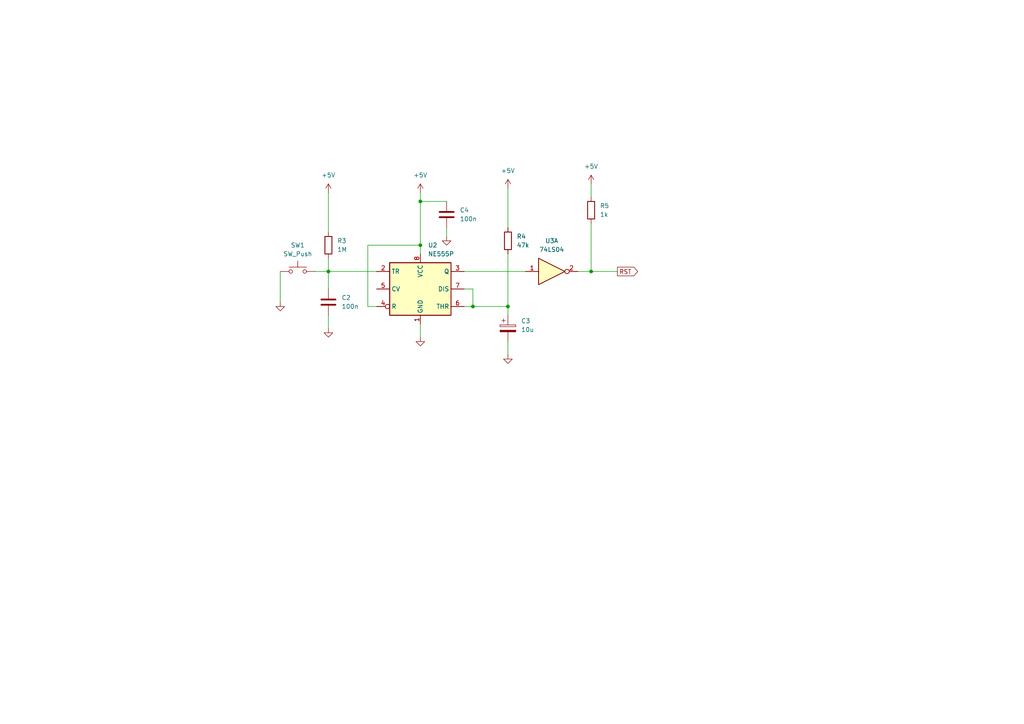
<source format=kicad_sch>
(kicad_sch (version 20230121) (generator eeschema)
  (paper "A4")
  (lib_symbols
    (symbol "74xx:74LS04"
      (property "Reference" "U" (at 0 1.27 0))
      (property "Value" "74LS04" (at 0 -1.27 0))
      (symbol "74LS04_1_0"
        (polyline (pts (xy -3.81 3.81) (xy -3.81 -3.81) (xy 3.81 0) (xy -3.81 3.81)) (stroke (width 0.254)) (fill (type background)))
        (pin input line (at -7.62 0 0) (length 3.81) (name "~") (number "1"))
        (pin output inverted (at 7.62 0 180) (length 3.81) (name "~") (number "2"))
      )
      (symbol "74LS04_2_0"
        (polyline (pts (xy -3.81 3.81) (xy -3.81 -3.81) (xy 3.81 0) (xy -3.81 3.81)) (stroke (width 0.254)) (fill (type background)))
        (pin input line (at -7.62 0 0) (length 3.81) (name "~") (number "3"))
        (pin output inverted (at 7.62 0 180) (length 3.81) (name "~") (number "4"))
      )
      (symbol "74LS04_3_0"
        (polyline (pts (xy -3.81 3.81) (xy -3.81 -3.81) (xy 3.81 0) (xy -3.81 3.81)) (stroke (width 0.254)) (fill (type background)))
        (pin input line (at -7.62 0 0) (length 3.81) (name "~") (number "5"))
        (pin output inverted (at 7.62 0 180) (length 3.81) (name "~") (number "6"))
      )
      (symbol "74LS04_4_0"
        (polyline (pts (xy -3.81 3.81) (xy -3.81 -3.81) (xy 3.81 0) (xy -3.81 3.81)) (stroke (width 0.254)) (fill (type background)))
        (pin output inverted (at 7.62 0 180) (length 3.81) (name "~") (number "8"))
        (pin input line (at -7.62 0 0) (length 3.81) (name "~") (number "9"))
      )
      (symbol "74LS04_5_0"
        (polyline (pts (xy -3.81 3.81) (xy -3.81 -3.81) (xy 3.81 0) (xy -3.81 3.81)) (stroke (width 0.254)) (fill (type background)))
        (pin output inverted (at 7.62 0 180) (length 3.81) (name "~") (number "10"))
        (pin input line (at -7.62 0 0) (length 3.81) (name "~") (number "11"))
      )
      (symbol "74LS04_6_0"
        (polyline (pts (xy -3.81 3.81) (xy -3.81 -3.81) (xy 3.81 0) (xy -3.81 3.81)) (stroke (width 0.254)) (fill (type background)))
        (pin output inverted (at 7.62 0 180) (length 3.81) (name "~") (number "12"))
        (pin input line (at -7.62 0 0) (length 3.81) (name "~") (number "13"))
      )
      (symbol "74LS04_7_0"
        (pin power_in line (at 0 12.7 270) (length 5.08) (name "VCC") (number "14"))
        (pin power_in line (at 0 -12.7 90) (length 5.08) (name "GND") (number "7"))
      )
      (symbol "74LS04_7_1"
        (rectangle (start -5.08 7.62) (end 5.08 -7.62) (stroke (width 0.254)) (fill (type background)))
      )
    )
    (symbol "Device:C" (pin_numbers hide) (pin_names (offset 0.254))
      (property "Reference" "C" (at 0.635 2.54 0))
      (property "Value" "C" (at 0.635 -2.54 0))
      (symbol "C_0_1"
        (polyline (pts (xy -2.032 -0.762) (xy 2.032 -0.762)) (stroke (width 0.508)))
        (polyline (pts (xy -2.032 0.762) (xy 2.032 0.762)) (stroke (width 0.508)))
      )
      (symbol "C_1_1"
        (pin passive line (at 0 3.81 270) (length 2.794) (name "~") (number "1"))
        (pin passive line (at 0 -3.81 90) (length 2.794) (name "~") (number "2"))
      )
    )
    (symbol "Device:C_Polarized" (pin_numbers hide) (pin_names (offset 0.254))
      (property "Reference" "C" (at 0.635 2.54 0))
      (property "Value" "C_Polarized" (at 0.635 -2.54 0))
      (symbol "C_Polarized_0_1"
        (rectangle (start -2.286 0.508) (end 2.286 1.016))
        (polyline (pts (xy -1.778 2.286) (xy -0.762 2.286)))
        (polyline (pts (xy -1.27 2.794) (xy -1.27 1.778)))
        (rectangle (start 2.286 -0.508) (end -2.286 -1.016) (fill (type outline)))
      )
      (symbol "C_Polarized_1_1"
        (pin passive line (at 0 3.81 270) (length 2.794) (name "~") (number "1"))
        (pin passive line (at 0 -3.81 90) (length 2.794) (name "~") (number "2"))
      )
    )
    (symbol "Device:R" (pin_numbers hide) (pin_names (offset 0))
      (property "Reference" "R" (at 2.032 0 90))
      (property "Value" "R" (at 0 0 90))
      (symbol "R_0_1"
        (rectangle (start -1.016 -2.54) (end 1.016 2.54) (stroke (width 0.254)))
      )
      (symbol "R_1_1"
        (pin passive line (at 0 3.81 270) (length 1.27) (name "~") (number "1"))
        (pin passive line (at 0 -3.81 90) (length 1.27) (name "~") (number "2"))
      )
    )
    (symbol "Switch:SW_Push" (pin_numbers hide) (pin_names (offset 1.016) hide)
      (property "Reference" "SW" (at 1.27 2.54 0))
      (property "Value" "SW_Push" (at 0 -1.524 0))
      (symbol "SW_Push_0_1"
        (circle (center -2.032 0) (radius 0.508))
        (polyline (pts (xy 0 1.27) (xy 0 3.048)))
        (polyline (pts (xy 2.54 1.27) (xy -2.54 1.27)))
        (circle (center 2.032 0) (radius 0.508))
        (pin passive line (at -5.08 0 0) (length 2.54) (name "1") (number "1"))
        (pin passive line (at 5.08 0 180) (length 2.54) (name "2") (number "2"))
      )
    )
    (symbol "Timer:NE555P"
      (property "Reference" "U" (at -10.16 8.89 0))
      (property "Value" "NE555P" (at 2.54 8.89 0))
      (symbol "NE555P_0_0"
        (pin power_in line (at 0 -10.16 90) (length 2.54) (name "GND") (number "1"))
        (pin power_in line (at 0 10.16 270) (length 2.54) (name "VCC") (number "8"))
      )
      (symbol "NE555P_0_1"
        (rectangle (start -8.89 -7.62) (end 8.89 7.62) (stroke (width 0.254)) (fill (type background)))
        (rectangle (start -8.89 -7.62) (end 8.89 7.62) (stroke (width 0.254)) (fill (type background)))
      )
      (symbol "NE555P_1_1"
        (pin input line (at -12.7 5.08 0) (length 3.81) (name "TR") (number "2"))
        (pin output line (at 12.7 5.08 180) (length 3.81) (name "Q") (number "3"))
        (pin input inverted (at -12.7 -5.08 0) (length 3.81) (name "R") (number "4"))
        (pin input line (at -12.7 0 0) (length 3.81) (name "CV") (number "5"))
        (pin input line (at 12.7 -5.08 180) (length 3.81) (name "THR") (number "6"))
        (pin input line (at 12.7 0 180) (length 3.81) (name "DIS") (number "7"))
      )
    )
    (symbol "power:+5V" (power) (pin_names (offset 0))
      (property "Value" "+5V" (at 0 3.556 0))
      (symbol "+5V_0_1"
        (polyline (pts (xy -0.762 1.27) (xy 0 2.54)))
        (polyline (pts (xy 0 0) (xy 0 2.54)))
        (polyline (pts (xy 0 2.54) (xy 0.762 1.27)))
      )
      (symbol "+5V_1_1"
        (pin power_in line (at 0 0 90) (length 0) hide (name "+5V") (number "1"))
      )
    )
    (symbol "power:GND" (power) (pin_names (offset 0))
      (property "Value" "GND" (at 0 -3.81 0))
      (symbol "GND_0_1"
        (polyline (pts (xy 0 0) (xy 0 -1.27) (xy 1.27 -1.27) (xy 0 -2.54) (xy -1.27 -1.27) (xy 0 -1.27)))
      )
      (symbol "GND_1_1"
        (pin power_in line (at 0 0 270) (length 0) hide (name "GND") (number "1"))
      )
    )
  )
  (junction (at 137.16 88.9))
  (junction (at 147.32 88.9))
  (junction (at 171.45 78.74))
  (junction (at 95.25 78.74))
  (junction (at 121.92 71.12))
  (junction (at 121.92 58.42))
  (wire (pts (xy 95.25 74.93) (xy 95.25 78.74)))
  (wire (pts (xy 95.25 78.74) (xy 95.25 83.82)))
  (wire (pts (xy 171.45 53.34) (xy 171.45 57.15)))
  (wire (pts (xy 147.32 99.06) (xy 147.32 102.87)))
  (wire (pts (xy 171.45 78.74) (xy 179.07 78.74)))
  (wire (pts (xy 134.62 88.9) (xy 137.16 88.9)))
  (wire (pts (xy 147.32 88.9) (xy 147.32 91.44)))
  (wire (pts (xy 81.28 78.74) (xy 81.28 87.63)))
  (wire (pts (xy 171.45 64.77) (xy 171.45 78.74)))
  (wire (pts (xy 106.68 88.9) (xy 106.68 71.12)))
  (wire (pts (xy 121.92 55.88) (xy 121.92 58.42)))
  (wire (pts (xy 121.92 58.42) (xy 129.54 58.42)))
  (wire (pts (xy 147.32 54.61) (xy 147.32 66.04)))
  (wire (pts (xy 95.25 55.88) (xy 95.25 67.31)))
  (wire (pts (xy 106.68 71.12) (xy 121.92 71.12)))
  (wire (pts (xy 147.32 73.66) (xy 147.32 88.9)))
  (wire (pts (xy 91.44 78.74) (xy 95.25 78.74)))
  (wire (pts (xy 95.25 95.25) (xy 95.25 91.44)))
  (wire (pts (xy 129.54 68.58) (xy 129.54 66.04)))
  (wire (pts (xy 121.92 71.12) (xy 121.92 73.66)))
  (wire (pts (xy 137.16 88.9) (xy 147.32 88.9)))
  (wire (pts (xy 134.62 83.82) (xy 137.16 83.82)))
  (wire (pts (xy 95.25 78.74) (xy 109.22 78.74)))
  (wire (pts (xy 134.62 78.74) (xy 152.4 78.74)))
  (wire (pts (xy 121.92 58.42) (xy 121.92 71.12)))
  (wire (pts (xy 137.16 83.82) (xy 137.16 88.9)))
  (wire (pts (xy 109.22 88.9) (xy 106.68 88.9)))
  (wire (pts (xy 167.64 78.74) (xy 171.45 78.74)))
  (wire (pts (xy 121.92 93.98) (xy 121.92 97.79)))
  (global_label "RST" (shape output) (at 179.07 78.74 0) (property "Intersheetrefs" "${INTERSHEET_REFS}" (effects hide)))
  (symbol (lib_id "74xx:74LS04") (at 160.02 78.74 0) (unit 1)
    (property "Reference" "U3" (at 160.02 69.85 0))
    (property "Value" "74LS04" (at 160.02 72.39 0))
    (property "Datasheet" "http://www.ti.com/lit/gpn/sn74LS04" (effects hide))
  )
  (symbol (lib_id "power:GND") (at 121.92 97.79 0) (unit 1)
    (property "Reference" "#PWR08" (effects hide))
    (property "Value" "GND" (effects hide))
  )
  (symbol (lib_id "power:GND") (at 129.54 68.58 0) (unit 1)
    (property "Reference" "#PWR09" (effects hide))
    (property "Value" "GND" (effects hide))
  )
  (symbol (lib_id "Device:R") (at 171.45 60.96 0) (unit 1)
    (property "Reference" "R5" (at 173.99 59.69 0) (effects (justify left)))
    (property "Value" "1k" (at 173.99 62.23 0) (effects (justify left)))
  )
  (symbol (lib_id "Device:C") (at 129.54 62.23 0) (unit 1)
    (property "Reference" "C4" (at 133.35 60.96 0) (effects (justify left)))
    (property "Value" "100n" (at 133.35 63.5 0) (effects (justify left)))
  )
  (symbol (lib_id "power:+5V") (at 121.92 55.88 0) (unit 1)
    (property "Reference" "#PWR03" (effects hide))
    (property "Value" "+5V" (at 121.92 50.8 0))
  )
  (symbol (lib_id "power:+5V") (at 171.45 53.34 0) (unit 1)
    (property "Reference" "#PWR04" (effects hide))
    (property "Value" "+5V" (at 171.45 48.26 0))
  )
  (symbol (lib_id "Device:R") (at 147.32 69.85 0) (unit 1)
    (property "Reference" "R4" (at 149.86 68.58 0) (effects (justify left)))
    (property "Value" "47k" (at 149.86 71.12 0) (effects (justify left)))
  )
  (symbol (lib_id "power:GND") (at 81.28 87.63 0) (unit 1)
    (property "Reference" "#PWR05" (effects hide))
    (property "Value" "GND" (effects hide))
  )
  (symbol (lib_id "power:GND") (at 95.25 95.25 0) (unit 1)
    (property "Reference" "#PWR07" (effects hide))
    (property "Value" "GND" (effects hide))
  )
  (symbol (lib_id "Device:C") (at 95.25 87.63 0) (unit 1)
    (property "Reference" "C2" (at 99.06 86.36 0) (effects (justify left)))
    (property "Value" "100n" (at 99.06 88.9 0) (effects (justify left)))
  )
  (symbol (lib_id "Device:R") (at 95.25 71.12 0) (unit 1)
    (property "Reference" "R3" (at 97.79 69.85 0) (effects (justify left)))
    (property "Value" "1M" (at 97.79 72.39 0) (effects (justify left)))
  )
  (symbol (lib_id "Device:C_Polarized") (at 147.32 95.25 0) (unit 1)
    (property "Reference" "C3" (at 151.13 93.091 0) (effects (justify left)))
    (property "Value" "10u" (at 151.13 95.631 0) (effects (justify left)))
  )
  (symbol (lib_id "Switch:SW_Push") (at 86.36 78.74 0) (unit 1)
    (property "Reference" "SW1" (at 86.36 71.12 0))
    (property "Value" "SW_Push" (at 86.36 73.66 0))
    (property "Footprint" "Button_Switch_THT:SW_PUSH-12mm" (effects hide))
  )
  (symbol (lib_id "power:+5V") (at 95.25 55.88 0) (unit 1)
    (property "Reference" "#PWR01" (effects hide))
    (property "Value" "+5V" (at 95.25 50.8 0))
  )
  (symbol (lib_id "power:+5V") (at 147.32 54.61 0) (unit 1)
    (property "Reference" "#PWR02" (effects hide))
    (property "Value" "+5V" (at 147.32 49.53 0))
  )
  (symbol (lib_id "power:GND") (at 147.32 102.87 0) (unit 1)
    (property "Reference" "#PWR06" (effects hide))
    (property "Value" "GND" (effects hide))
  )
  (symbol (lib_id "Timer:NE555P") (at 121.92 83.82 0) (unit 1)
    (property "Reference" "U2" (at 124.1141 71.12 0) (effects (justify left)))
    (property "Value" "NE555P" (at 124.1141 73.66 0) (effects (justify left)))
    (property "Footprint" "Package_DIP:DIP-8_W7.62mm" (effects hide))
    (property "Datasheet" "http://www.ti.com/lit/ds/symlink/ne555.pdf" (effects hide))
  )
)
</source>
